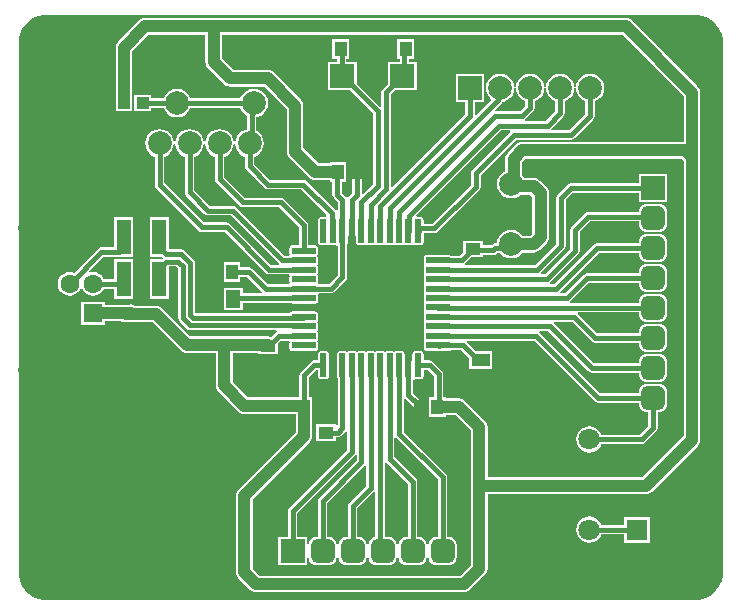
<source format=gbl>
G04*
G04 #@! TF.GenerationSoftware,Altium Limited,Altium Designer,21.2.2 (38)*
G04*
G04 Layer_Physical_Order=2*
G04 Layer_Color=16711680*
%FSLAX44Y44*%
%MOMM*%
G71*
G04*
G04 #@! TF.SameCoordinates,65BCBFC0-CC6D-41C1-BC89-201EEE636090*
G04*
G04*
G04 #@! TF.FilePolarity,Positive*
G04*
G01*
G75*
%ADD10R,1.3000X1.0000*%
%ADD11R,1.0000X1.3000*%
G04:AMPARAMS|DCode=12|XSize=2mm|YSize=0.55mm|CornerRadius=0.0688mm|HoleSize=0mm|Usage=FLASHONLY|Rotation=0.000|XOffset=0mm|YOffset=0mm|HoleType=Round|Shape=RoundedRectangle|*
%AMROUNDEDRECTD12*
21,1,2.0000,0.4125,0,0,0.0*
21,1,1.8625,0.5500,0,0,0.0*
1,1,0.1375,0.9313,-0.2063*
1,1,0.1375,-0.9313,-0.2063*
1,1,0.1375,-0.9313,0.2063*
1,1,0.1375,0.9313,0.2063*
%
%ADD12ROUNDEDRECTD12*%
G04:AMPARAMS|DCode=13|XSize=2mm|YSize=0.55mm|CornerRadius=0.0688mm|HoleSize=0mm|Usage=FLASHONLY|Rotation=270.000|XOffset=0mm|YOffset=0mm|HoleType=Round|Shape=RoundedRectangle|*
%AMROUNDEDRECTD13*
21,1,2.0000,0.4125,0,0,270.0*
21,1,1.8625,0.5500,0,0,270.0*
1,1,0.1375,-0.2063,-0.9313*
1,1,0.1375,-0.2063,0.9313*
1,1,0.1375,0.2063,0.9313*
1,1,0.1375,0.2063,-0.9313*
%
%ADD13ROUNDEDRECTD13*%
%ADD14R,1.2000X3.0000*%
%ADD15R,1.5000X1.1000*%
%ADD16R,1.2000X1.5000*%
%ADD17R,1.0000X1.0000*%
%ADD18C,0.3810*%
%ADD19C,1.0000*%
%ADD20C,0.7000*%
%ADD21R,1.8000X1.8000*%
%ADD22C,1.8000*%
%ADD23C,2.0000*%
%ADD24R,2.0000X2.0000*%
G04:AMPARAMS|DCode=25|XSize=2mm|YSize=2mm|CornerRadius=0.5mm|HoleSize=0mm|Usage=FLASHONLY|Rotation=180.000|XOffset=0mm|YOffset=0mm|HoleType=Round|Shape=RoundedRectangle|*
%AMROUNDEDRECTD25*
21,1,2.0000,1.0000,0,0,180.0*
21,1,1.0000,2.0000,0,0,180.0*
1,1,1.0000,-0.5000,0.5000*
1,1,1.0000,0.5000,0.5000*
1,1,1.0000,0.5000,-0.5000*
1,1,1.0000,-0.5000,-0.5000*
%
%ADD25ROUNDEDRECTD25*%
%ADD26R,2.0000X2.0000*%
G04:AMPARAMS|DCode=27|XSize=2mm|YSize=2mm|CornerRadius=0.5mm|HoleSize=0mm|Usage=FLASHONLY|Rotation=270.000|XOffset=0mm|YOffset=0mm|HoleType=Round|Shape=RoundedRectangle|*
%AMROUNDEDRECTD27*
21,1,2.0000,1.0000,0,0,270.0*
21,1,1.0000,2.0000,0,0,270.0*
1,1,1.0000,-0.5000,-0.5000*
1,1,1.0000,-0.5000,0.5000*
1,1,1.0000,0.5000,0.5000*
1,1,1.0000,0.5000,-0.5000*
%
%ADD27ROUNDEDRECTD27*%
%ADD28C,3.3660*%
%ADD29C,1.6000*%
%ADD30R,1.6000X1.6000*%
G36*
X581414Y497063D02*
X585666Y495302D01*
X589492Y492746D01*
X592746Y489492D01*
X595302Y485666D01*
X597063Y481414D01*
X597961Y476901D01*
Y474600D01*
Y25400D01*
Y23099D01*
X597063Y18586D01*
X595302Y14334D01*
X592746Y10508D01*
X589492Y7254D01*
X585666Y4698D01*
X581414Y2937D01*
X576901Y2039D01*
X23099D01*
X18586Y2937D01*
X14334Y4698D01*
X10508Y7254D01*
X7254Y10508D01*
X4698Y14334D01*
X2937Y18586D01*
X2039Y23099D01*
Y25400D01*
Y474600D01*
Y476901D01*
X2937Y481414D01*
X4698Y485666D01*
X7254Y489492D01*
X10508Y492746D01*
X14334Y495302D01*
X18586Y497063D01*
X23099Y497961D01*
X576901D01*
X581414Y497063D01*
D02*
G37*
%LPC*%
G36*
X99000Y327000D02*
X83000D01*
Y300886D01*
X71905D01*
X70381Y300583D01*
X69090Y299720D01*
X48672Y279303D01*
X47611Y279743D01*
X45000Y280086D01*
X42389Y279743D01*
X39957Y278735D01*
X37868Y277132D01*
X36265Y275043D01*
X35257Y272610D01*
X34914Y270000D01*
X35257Y267390D01*
X36265Y264957D01*
X37868Y262868D01*
X39957Y261265D01*
X42389Y260257D01*
X45000Y259914D01*
X47611Y260257D01*
X50043Y261265D01*
X52132Y262868D01*
X53735Y264957D01*
X54313Y266352D01*
X55687D01*
X56265Y264957D01*
X57868Y262868D01*
X59957Y261265D01*
X62389Y260257D01*
X65000Y259914D01*
X67611Y260257D01*
X70043Y261265D01*
X72132Y262868D01*
X73735Y264957D01*
X74175Y266019D01*
X83000D01*
Y257000D01*
X99000D01*
Y291000D01*
X83000D01*
Y273981D01*
X74175D01*
X73735Y275043D01*
X72132Y277132D01*
X70043Y278735D01*
X67611Y279743D01*
X65000Y280086D01*
X62389Y279743D01*
X62014Y279587D01*
X61294Y280664D01*
X73554Y292924D01*
X86905D01*
X87290Y293000D01*
X99000D01*
Y327000D01*
D02*
G37*
G36*
X516000Y495060D02*
X109000D01*
X107173Y494820D01*
X105470Y494114D01*
X104008Y492992D01*
X86007Y474992D01*
X84886Y473530D01*
X84180Y471827D01*
X83940Y470000D01*
Y423000D01*
X84000Y422541D01*
Y416000D01*
X90541D01*
X91000Y415940D01*
X91459Y416000D01*
X98000D01*
Y422541D01*
X98060Y423000D01*
Y467076D01*
X111924Y480940D01*
X159940D01*
Y458000D01*
X160180Y456173D01*
X160886Y454470D01*
X162008Y453008D01*
X176007Y439008D01*
X177470Y437886D01*
X179173Y437180D01*
X181000Y436940D01*
X210075D01*
X228940Y418075D01*
Y382000D01*
X229180Y380173D01*
X229886Y378470D01*
X231008Y377008D01*
X248008Y360008D01*
X249470Y358885D01*
X251173Y358180D01*
X253000Y357940D01*
X265500D01*
Y356500D01*
X267519D01*
Y345500D01*
X267822Y343976D01*
X268685Y342685D01*
X272019Y339351D01*
Y332376D01*
X271798Y332211D01*
X270075Y332504D01*
X269970Y332660D01*
X245815Y356815D01*
X244524Y357678D01*
X243000Y357981D01*
X214649D01*
X201381Y371249D01*
Y377660D01*
X203452Y378518D01*
X205958Y380442D01*
X207882Y382948D01*
X209091Y385867D01*
X209504Y389000D01*
X209091Y392133D01*
X207882Y395052D01*
X205958Y397559D01*
X203452Y399482D01*
X203181Y399594D01*
Y411184D01*
X204133Y411309D01*
X207052Y412518D01*
X209559Y414441D01*
X211482Y416948D01*
X212691Y419867D01*
X213104Y423000D01*
X212691Y426133D01*
X211482Y429052D01*
X209559Y431558D01*
X207052Y433482D01*
X204133Y434691D01*
X201000Y435103D01*
X197867Y434691D01*
X194948Y433482D01*
X192442Y431558D01*
X190518Y429052D01*
X189660Y426982D01*
X147339D01*
X146482Y429052D01*
X144558Y431558D01*
X142052Y433482D01*
X139133Y434691D01*
X136000Y435103D01*
X132867Y434691D01*
X129948Y433482D01*
X127442Y431558D01*
X125518Y429052D01*
X124661Y426982D01*
X114000D01*
Y430000D01*
X100000D01*
Y416000D01*
X114000D01*
Y419019D01*
X124661D01*
X125518Y416948D01*
X127442Y414441D01*
X129948Y412518D01*
X132867Y411309D01*
X136000Y410896D01*
X139133Y411309D01*
X142052Y412518D01*
X144558Y414441D01*
X146482Y416948D01*
X147339Y419019D01*
X189660D01*
X190518Y416948D01*
X192442Y414441D01*
X194948Y412518D01*
X195219Y412406D01*
Y400816D01*
X194267Y400691D01*
X191348Y399482D01*
X188841Y397559D01*
X186918Y395052D01*
X185709Y392133D01*
X185415Y389905D01*
X185340Y389335D01*
X184060D01*
X183985Y389904D01*
X183691Y392133D01*
X182482Y395052D01*
X180558Y397559D01*
X178052Y399482D01*
X175133Y400691D01*
X172000Y401104D01*
X168867Y400691D01*
X165948Y399482D01*
X163442Y397559D01*
X161518Y395052D01*
X160309Y392133D01*
X160016Y389905D01*
X159940Y389335D01*
X158660D01*
X158584Y389904D01*
X158291Y392133D01*
X157082Y395052D01*
X155159Y397559D01*
X152652Y399482D01*
X149733Y400691D01*
X146600Y401104D01*
X143467Y400691D01*
X140548Y399482D01*
X138041Y397559D01*
X136118Y395052D01*
X134909Y392133D01*
X134615Y389905D01*
X134540Y389335D01*
X133260D01*
X133184Y389904D01*
X132891Y392133D01*
X131682Y395052D01*
X129759Y397559D01*
X127252Y399482D01*
X124333Y400691D01*
X121200Y401104D01*
X118067Y400691D01*
X115148Y399482D01*
X112641Y397559D01*
X110718Y395052D01*
X109509Y392133D01*
X109096Y389000D01*
X109509Y385867D01*
X110718Y382948D01*
X112641Y380442D01*
X115148Y378518D01*
X117219Y377660D01*
Y353800D01*
X117522Y352276D01*
X118385Y350985D01*
X154185Y315185D01*
X155476Y314322D01*
X157000Y314018D01*
X176351D01*
X211185Y279185D01*
X212476Y278322D01*
X214000Y278018D01*
X230435D01*
X230704Y277753D01*
X231284Y276749D01*
X231147Y276063D01*
Y271938D01*
X231284Y271252D01*
X230704Y270247D01*
X230435Y269981D01*
X212649D01*
X199815Y282815D01*
X198524Y283678D01*
X197000Y283981D01*
X189500D01*
Y288500D01*
X175500D01*
Y271500D01*
X189500D01*
Y276019D01*
X195351D01*
X208118Y263251D01*
X208097Y262966D01*
X207699Y261982D01*
X191500D01*
Y266500D01*
X175500D01*
Y247500D01*
X191500D01*
Y254018D01*
X231938D01*
X231950Y254000D01*
X232839Y253406D01*
X233888Y253197D01*
X252512D01*
X253561Y253406D01*
X254450Y254000D01*
X255044Y254889D01*
X255253Y255938D01*
Y260063D01*
X255116Y260749D01*
X255696Y261753D01*
X255965Y262019D01*
X266000D01*
X267524Y262322D01*
X268815Y263185D01*
X278815Y273185D01*
X279678Y274476D01*
X279981Y276000D01*
Y303538D01*
X280000Y303550D01*
X280594Y304439D01*
X280803Y305487D01*
Y310713D01*
X282073Y311391D01*
X282476Y311122D01*
X284000Y310819D01*
X285524Y311122D01*
X285927Y311391D01*
X287197Y310713D01*
Y305487D01*
X287406Y304439D01*
X288000Y303550D01*
X288889Y302956D01*
X289937Y302747D01*
X294062D01*
X295111Y302956D01*
X296000Y303550D01*
X296889Y302956D01*
X297938Y302747D01*
X302062D01*
X303111Y302956D01*
X304000Y303550D01*
X304889Y302956D01*
X305938Y302747D01*
X310063D01*
X311111Y302956D01*
X312000Y303550D01*
X312889Y302956D01*
X313937Y302747D01*
X318062D01*
X319111Y302956D01*
X320000Y303550D01*
X320889Y302956D01*
X321937Y302747D01*
X326063D01*
X327111Y302956D01*
X328000Y303550D01*
X328889Y302956D01*
X329938Y302747D01*
X334062D01*
X335111Y302956D01*
X336000Y303550D01*
X336889Y302956D01*
X337938Y302747D01*
X342062D01*
X343111Y302956D01*
X344000Y303550D01*
X344594Y304439D01*
X344803Y305487D01*
Y313018D01*
X354000D01*
X355524Y313322D01*
X356815Y314185D01*
X391815Y349185D01*
X392678Y350476D01*
X392981Y352000D01*
Y362351D01*
X422649Y392019D01*
X470000D01*
X471524Y392322D01*
X472815Y393185D01*
X488615Y408985D01*
X489478Y410276D01*
X489781Y411800D01*
Y424660D01*
X491852Y425518D01*
X494358Y427441D01*
X496282Y429948D01*
X497491Y432867D01*
X497904Y436000D01*
X497491Y439133D01*
X496282Y442052D01*
X494358Y444558D01*
X491852Y446482D01*
X488933Y447691D01*
X485800Y448103D01*
X482667Y447691D01*
X479748Y446482D01*
X477242Y444558D01*
X475318Y442052D01*
X474109Y439133D01*
X473815Y436904D01*
X473740Y436334D01*
X472460D01*
X472384Y436904D01*
X472091Y439133D01*
X470882Y442052D01*
X468959Y444558D01*
X466452Y446482D01*
X463533Y447691D01*
X460400Y448103D01*
X457267Y447691D01*
X454348Y446482D01*
X451842Y444558D01*
X449918Y442052D01*
X448709Y439133D01*
X448415Y436904D01*
X448340Y436334D01*
X447060D01*
X446984Y436904D01*
X446691Y439133D01*
X445482Y442052D01*
X443559Y444558D01*
X441052Y446482D01*
X438133Y447691D01*
X435000Y448103D01*
X431867Y447691D01*
X428948Y446482D01*
X426441Y444558D01*
X424518Y442052D01*
X423309Y439133D01*
X423016Y436904D01*
X422940Y436334D01*
X421660D01*
X421585Y436904D01*
X421291Y439133D01*
X420082Y442052D01*
X418158Y444558D01*
X415652Y446482D01*
X412733Y447691D01*
X409600Y448103D01*
X406467Y447691D01*
X403548Y446482D01*
X401041Y444558D01*
X399118Y442052D01*
X397909Y439133D01*
X397496Y436000D01*
X397909Y432867D01*
X399118Y429948D01*
X401041Y427441D01*
X401844Y426825D01*
X401927Y425558D01*
X389451Y413082D01*
X388181Y413608D01*
Y424000D01*
X396200D01*
Y448000D01*
X372200D01*
Y424000D01*
X380219D01*
Y413849D01*
X318155Y351786D01*
X316982Y352272D01*
Y430551D01*
X320431Y434000D01*
X338800D01*
Y458000D01*
X332481D01*
Y460500D01*
X336500D01*
Y477500D01*
X322500D01*
Y460500D01*
X324519D01*
Y458000D01*
X314800D01*
Y439631D01*
X310185Y435015D01*
X309322Y433724D01*
X309018Y432200D01*
Y420408D01*
X307749Y419882D01*
X288000Y439631D01*
Y458000D01*
X279482D01*
Y460500D01*
X281500D01*
Y477500D01*
X267500D01*
Y460500D01*
X271518D01*
Y458000D01*
X264000D01*
Y434000D01*
X282369D01*
X302019Y414351D01*
Y354649D01*
X293752Y346382D01*
X292481Y346908D01*
Y365000D01*
X292178Y366524D01*
X291315Y367815D01*
X290024Y368678D01*
X288500Y368982D01*
X286976Y368678D01*
X285685Y367815D01*
X284822Y366524D01*
X284519Y365000D01*
Y347149D01*
X281185Y343815D01*
X280748Y343162D01*
X279252Y343162D01*
X278815Y343815D01*
X275481Y347149D01*
Y356500D01*
X279500D01*
Y373500D01*
X265500D01*
Y372060D01*
X255924D01*
X243060Y384925D01*
Y421000D01*
X242820Y422827D01*
X242115Y424530D01*
X240993Y425992D01*
X217992Y448992D01*
X216530Y450115D01*
X214827Y450820D01*
X213000Y451060D01*
X183925D01*
X174060Y460924D01*
Y480940D01*
X513075D01*
X564940Y429076D01*
Y390060D01*
X428000D01*
X426173Y389820D01*
X424470Y389114D01*
X423008Y387992D01*
X415921Y380906D01*
X414799Y379444D01*
X414094Y377741D01*
X413853Y375913D01*
Y365257D01*
X412948Y364882D01*
X410442Y362958D01*
X408518Y360452D01*
X407309Y357533D01*
X406896Y354400D01*
X407309Y351267D01*
X408518Y348348D01*
X410442Y345841D01*
X412948Y343918D01*
X415867Y342709D01*
X419000Y342296D01*
X422133Y342709D01*
X425052Y343918D01*
X427017Y345426D01*
X435218D01*
X436940Y343704D01*
Y312382D01*
X435218Y310660D01*
X428708D01*
X427559Y312159D01*
X425052Y314082D01*
X422133Y315291D01*
X419000Y315704D01*
X415867Y315291D01*
X412948Y314082D01*
X410442Y312159D01*
X408518Y309652D01*
X407309Y306733D01*
X407013Y304484D01*
X405502D01*
X403979Y304181D01*
X402687Y303318D01*
X401851Y302481D01*
X395500D01*
Y306500D01*
X378500D01*
Y297131D01*
X375351Y293981D01*
X368063D01*
X368050Y294000D01*
X367161Y294594D01*
X366113Y294803D01*
X347487D01*
X346439Y294594D01*
X345550Y294000D01*
X344956Y293111D01*
X344747Y292062D01*
Y287938D01*
X344956Y286889D01*
X345550Y286000D01*
X344956Y285111D01*
X344747Y284062D01*
Y279937D01*
X344956Y278889D01*
X345550Y278000D01*
X344956Y277111D01*
X344747Y276063D01*
Y271938D01*
X344956Y270889D01*
X345550Y270000D01*
X344956Y269111D01*
X344747Y268062D01*
Y263937D01*
X344956Y262889D01*
X345550Y262000D01*
X344956Y261111D01*
X344747Y260063D01*
Y255938D01*
X344956Y254889D01*
X345550Y254000D01*
X344956Y253111D01*
X344747Y252062D01*
Y247938D01*
X344956Y246889D01*
X345550Y246000D01*
X344956Y245111D01*
X344747Y244062D01*
Y239937D01*
X344956Y238889D01*
X345550Y238000D01*
X344956Y237111D01*
X344747Y236063D01*
Y231938D01*
X344956Y230889D01*
X345550Y230000D01*
X344956Y229111D01*
X344747Y228062D01*
Y223937D01*
X344956Y222889D01*
X345550Y222000D01*
X344956Y221111D01*
X344747Y220063D01*
Y215938D01*
X344956Y214889D01*
X345550Y214000D01*
X346439Y213406D01*
X347487Y213197D01*
X357525D01*
X357645Y213174D01*
X357765Y213197D01*
X366113D01*
X367161Y213406D01*
X368050Y214000D01*
X368063Y214018D01*
X376851D01*
X383500Y207369D01*
Y198000D01*
X402500D01*
Y213000D01*
X389131D01*
X381382Y220749D01*
X381403Y221034D01*
X381801Y222019D01*
X438351D01*
X489785Y170585D01*
X491076Y169722D01*
X492600Y169419D01*
X526940D01*
Y168400D01*
X527180Y166573D01*
X527886Y164870D01*
X529007Y163407D01*
X530470Y162285D01*
X532173Y161580D01*
X534000Y161340D01*
X535019D01*
Y149649D01*
X527651Y142282D01*
X495257D01*
X494608Y143848D01*
X492845Y146145D01*
X490547Y147908D01*
X487872Y149017D01*
X485000Y149395D01*
X482128Y149017D01*
X479453Y147908D01*
X477155Y146145D01*
X475392Y143848D01*
X474283Y141172D01*
X473905Y138300D01*
X474283Y135428D01*
X475392Y132753D01*
X477155Y130455D01*
X479453Y128692D01*
X482128Y127583D01*
X485000Y127205D01*
X487872Y127583D01*
X490547Y128692D01*
X492845Y130455D01*
X494608Y132753D01*
X495257Y134319D01*
X529300D01*
X530824Y134622D01*
X532115Y135485D01*
X541815Y145185D01*
X542678Y146476D01*
X542981Y148000D01*
Y161340D01*
X544000D01*
X545827Y161580D01*
X547530Y162285D01*
X548993Y163407D01*
X550115Y164870D01*
X550820Y166573D01*
X551060Y168400D01*
Y178400D01*
X550820Y180227D01*
X550115Y181930D01*
X548993Y183393D01*
X547530Y184515D01*
X545827Y185220D01*
X544000Y185460D01*
X534000D01*
X532173Y185220D01*
X530470Y184515D01*
X529007Y183393D01*
X527886Y181930D01*
X527180Y180227D01*
X526940Y178400D01*
Y177381D01*
X494249D01*
X442882Y228748D01*
X442903Y229034D01*
X443301Y230019D01*
X450351D01*
X484385Y195985D01*
X485676Y195122D01*
X487200Y194818D01*
X526940D01*
Y193800D01*
X527180Y191973D01*
X527886Y190270D01*
X529007Y188808D01*
X530470Y187686D01*
X532173Y186980D01*
X534000Y186740D01*
X544000D01*
X545827Y186980D01*
X547530Y187686D01*
X548993Y188808D01*
X550115Y190270D01*
X550820Y191973D01*
X551060Y193800D01*
Y203800D01*
X550820Y205627D01*
X550115Y207330D01*
X548993Y208792D01*
X547530Y209914D01*
X545827Y210620D01*
X544000Y210860D01*
X534000D01*
X532173Y210620D01*
X530470Y209914D01*
X529007Y208792D01*
X527886Y207330D01*
X527180Y205627D01*
X526940Y203800D01*
Y202782D01*
X488849D01*
X454882Y236749D01*
X454903Y237034D01*
X455301Y238018D01*
X470351D01*
X486985Y221385D01*
X488276Y220522D01*
X489800Y220219D01*
X526940D01*
Y219200D01*
X527180Y217373D01*
X527886Y215670D01*
X529007Y214207D01*
X530470Y213085D01*
X532173Y212380D01*
X534000Y212140D01*
X544000D01*
X545827Y212380D01*
X547530Y213085D01*
X548993Y214207D01*
X550115Y215670D01*
X550820Y217373D01*
X551060Y219200D01*
Y229200D01*
X550820Y231027D01*
X550115Y232730D01*
X548993Y234193D01*
X547530Y235315D01*
X545827Y236020D01*
X544000Y236260D01*
X534000D01*
X532173Y236020D01*
X530470Y235315D01*
X529007Y234193D01*
X527886Y232730D01*
X527180Y231027D01*
X526940Y229200D01*
Y228181D01*
X491449D01*
X475082Y244548D01*
X475395Y245599D01*
X475556Y245819D01*
X526940D01*
Y244600D01*
X527180Y242773D01*
X527886Y241070D01*
X529007Y239608D01*
X530470Y238486D01*
X532173Y237780D01*
X534000Y237540D01*
X544000D01*
X545827Y237780D01*
X547530Y238486D01*
X548993Y239608D01*
X550115Y241070D01*
X550820Y242773D01*
X551060Y244600D01*
Y254600D01*
X550820Y256427D01*
X550115Y258130D01*
X548993Y259592D01*
X547530Y260714D01*
X545827Y261420D01*
X544000Y261660D01*
X534000D01*
X532173Y261420D01*
X530470Y260714D01*
X529007Y259592D01*
X527886Y258130D01*
X527180Y256427D01*
X526940Y254600D01*
Y253782D01*
X469001D01*
X468616Y255051D01*
X468815Y255185D01*
X484649Y271019D01*
X526940D01*
Y270000D01*
X527180Y268173D01*
X527886Y266470D01*
X529007Y265007D01*
X530470Y263885D01*
X532173Y263180D01*
X534000Y262940D01*
X544000D01*
X545827Y263180D01*
X547530Y263885D01*
X548993Y265007D01*
X550115Y266470D01*
X550820Y268173D01*
X551060Y270000D01*
Y280000D01*
X550820Y281827D01*
X550115Y283530D01*
X548993Y284993D01*
X547530Y286115D01*
X545827Y286820D01*
X544000Y287060D01*
X534000D01*
X532173Y286820D01*
X530470Y286115D01*
X529007Y284993D01*
X527886Y283530D01*
X527180Y281827D01*
X526940Y280000D01*
Y278981D01*
X483000D01*
X481476Y278678D01*
X480185Y277815D01*
X464351Y261982D01*
X460301D01*
X459903Y262966D01*
X459882Y263251D01*
X493049Y296418D01*
X526940D01*
Y295400D01*
X527180Y293573D01*
X527886Y291870D01*
X529007Y290408D01*
X530470Y289286D01*
X532173Y288580D01*
X534000Y288340D01*
X544000D01*
X545827Y288580D01*
X547530Y289286D01*
X548993Y290408D01*
X550115Y291870D01*
X550820Y293573D01*
X551060Y295400D01*
Y305400D01*
X550820Y307227D01*
X550115Y308930D01*
X548993Y310392D01*
X547530Y311514D01*
X545827Y312220D01*
X544000Y312460D01*
X534000D01*
X532173Y312220D01*
X530470Y311514D01*
X529007Y310392D01*
X527886Y308930D01*
X527180Y307227D01*
X526940Y305400D01*
Y304382D01*
X491400D01*
X489876Y304078D01*
X488585Y303215D01*
X455351Y269981D01*
X452301D01*
X451903Y270966D01*
X451882Y271252D01*
X475815Y295185D01*
X476678Y296476D01*
X476982Y298000D01*
Y314351D01*
X485649Y323018D01*
X526940D01*
Y320800D01*
X527180Y318973D01*
X527886Y317270D01*
X529007Y315807D01*
X530470Y314685D01*
X532173Y313980D01*
X534000Y313740D01*
X544000D01*
X545827Y313980D01*
X547530Y314685D01*
X548993Y315807D01*
X550115Y317270D01*
X550820Y318973D01*
X551060Y320800D01*
Y330800D01*
X550820Y332627D01*
X550115Y334330D01*
X548993Y335793D01*
X547530Y336914D01*
X545827Y337620D01*
X544000Y337860D01*
X534000D01*
X532173Y337620D01*
X530470Y336914D01*
X529007Y335793D01*
X527886Y334330D01*
X527180Y332627D01*
X526964Y330981D01*
X484000D01*
X482476Y330678D01*
X481185Y329815D01*
X470185Y318815D01*
X469322Y317524D01*
X469019Y316000D01*
Y299649D01*
X447351Y277981D01*
X444301D01*
X443903Y278966D01*
X443882Y279251D01*
X463815Y299185D01*
X464678Y300476D01*
X464981Y302000D01*
Y341351D01*
X470849Y347219D01*
X527000D01*
Y339200D01*
X551000D01*
Y363200D01*
X527000D01*
Y355182D01*
X469200D01*
X467676Y354878D01*
X466385Y354015D01*
X458185Y345815D01*
X457322Y344524D01*
X457019Y343000D01*
Y303649D01*
X439351Y285982D01*
X380301D01*
X379903Y286966D01*
X379882Y287251D01*
X385131Y292500D01*
X395500D01*
Y294519D01*
X403500D01*
X405024Y294822D01*
X406315Y295685D01*
X407151Y296521D01*
X409306D01*
X410442Y295042D01*
X412948Y293118D01*
X415867Y291909D01*
X419000Y291496D01*
X422133Y291909D01*
X425052Y293118D01*
X427559Y295042D01*
X428708Y296540D01*
X438142D01*
X439969Y296780D01*
X441672Y297486D01*
X443135Y298608D01*
X448992Y304465D01*
X450115Y305928D01*
X450820Y307631D01*
X451060Y309458D01*
Y346629D01*
X450820Y348456D01*
X450115Y350159D01*
X448992Y351621D01*
X443135Y357479D01*
X441672Y358601D01*
X439969Y359306D01*
X438142Y359547D01*
X429857D01*
X429482Y360452D01*
X427974Y362417D01*
Y372989D01*
X430924Y375940D01*
X563075D01*
X564940Y374076D01*
Y140925D01*
X530075Y106060D01*
X399060D01*
Y149000D01*
X398820Y150827D01*
X398115Y152530D01*
X396992Y153993D01*
X379992Y170992D01*
X378530Y172115D01*
X376827Y172820D01*
X375000Y173060D01*
X363500D01*
Y174500D01*
X361482D01*
Y193500D01*
X361178Y195024D01*
X360315Y196315D01*
X352615Y204015D01*
X351324Y204878D01*
X349800Y205182D01*
X344803D01*
Y210513D01*
X344594Y211561D01*
X344000Y212450D01*
X343111Y213044D01*
X342062Y213253D01*
X337938D01*
X336889Y213044D01*
X336000Y212450D01*
X335406Y211561D01*
X335197Y210513D01*
Y205287D01*
X333927Y204609D01*
X333524Y204878D01*
X332000Y205182D01*
X330476Y204878D01*
X330073Y204609D01*
X328803Y205287D01*
Y210513D01*
X328594Y211561D01*
X328000Y212450D01*
X327111Y213044D01*
X326063Y213253D01*
X321937D01*
X320889Y213044D01*
X320000Y212450D01*
X319111Y213044D01*
X318062Y213253D01*
X313937D01*
X312889Y213044D01*
X312000Y212450D01*
X311111Y213044D01*
X310063Y213253D01*
X305938D01*
X304889Y213044D01*
X304000Y212450D01*
X303111Y213044D01*
X302062Y213253D01*
X297938D01*
X296889Y213044D01*
X296000Y212450D01*
X295111Y213044D01*
X294062Y213253D01*
X289937D01*
X288889Y213044D01*
X288000Y212450D01*
X287111Y213044D01*
X286063Y213253D01*
X281938D01*
X280889Y213044D01*
X280000Y212450D01*
X279111Y213044D01*
X278062Y213253D01*
X273937D01*
X272889Y213044D01*
X272000Y212450D01*
X271406Y211561D01*
X271197Y210513D01*
Y191887D01*
X271406Y190839D01*
X272000Y189950D01*
X272019Y189937D01*
Y150536D01*
X271770Y150370D01*
X270500Y151000D01*
Y151000D01*
X253500D01*
Y137000D01*
X270500D01*
Y140019D01*
X272000D01*
X273524Y140322D01*
X274815Y141185D01*
X278748Y145118D01*
X279034Y145097D01*
X280019Y144699D01*
Y129649D01*
X230985Y80615D01*
X230122Y79324D01*
X229818Y77800D01*
Y56000D01*
X221800D01*
Y32000D01*
X245800D01*
Y56000D01*
X237782D01*
Y76151D01*
X286749Y125118D01*
X287034Y125097D01*
X288018Y124699D01*
Y120649D01*
X256385Y89015D01*
X255522Y87724D01*
X255219Y86200D01*
Y56060D01*
X254200D01*
X252373Y55820D01*
X250670Y55114D01*
X249207Y53993D01*
X248085Y52530D01*
X247380Y50827D01*
X247140Y49000D01*
Y39000D01*
X247380Y37173D01*
X248085Y35470D01*
X249207Y34008D01*
X250670Y32885D01*
X252373Y32180D01*
X254200Y31940D01*
X264200D01*
X266027Y32180D01*
X267730Y32885D01*
X269193Y34008D01*
X270315Y35470D01*
X271020Y37173D01*
X271260Y39000D01*
Y49000D01*
X271020Y50827D01*
X270315Y52530D01*
X269193Y53993D01*
X267730Y55114D01*
X266027Y55820D01*
X264200Y56060D01*
X263181D01*
Y84551D01*
X294748Y116118D01*
X295034Y116097D01*
X296019Y115699D01*
Y98649D01*
X281785Y84415D01*
X280922Y83124D01*
X280618Y81600D01*
Y56060D01*
X279600D01*
X277773Y55820D01*
X276070Y55114D01*
X274608Y53993D01*
X273486Y52530D01*
X272780Y50827D01*
X272540Y49000D01*
Y39000D01*
X272780Y37173D01*
X273486Y35470D01*
X274608Y34008D01*
X276070Y32885D01*
X277773Y32180D01*
X279600Y31940D01*
X289600D01*
X291427Y32180D01*
X293130Y32885D01*
X294592Y34008D01*
X295714Y35470D01*
X296420Y37173D01*
X296660Y39000D01*
Y49000D01*
X296420Y50827D01*
X295714Y52530D01*
X294592Y53993D01*
X293130Y55114D01*
X291427Y55820D01*
X289600Y56060D01*
X288582D01*
Y79951D01*
X302749Y94118D01*
X303034Y94097D01*
X304018Y93699D01*
Y55931D01*
X303173Y55820D01*
X301470Y55114D01*
X300007Y53993D01*
X298885Y52530D01*
X298180Y50827D01*
X297940Y49000D01*
Y39000D01*
X298180Y37173D01*
X298885Y35470D01*
X300007Y34008D01*
X301470Y32885D01*
X303173Y32180D01*
X305000Y31940D01*
X315000D01*
X316827Y32180D01*
X318530Y32885D01*
X319993Y34008D01*
X321115Y35470D01*
X321820Y37173D01*
X322060Y39000D01*
Y49000D01*
X321820Y50827D01*
X321115Y52530D01*
X319993Y53993D01*
X318530Y55114D01*
X316827Y55820D01*
X315000Y56060D01*
X311982D01*
Y118699D01*
X312966Y119097D01*
X313251Y119118D01*
X331418Y100951D01*
Y56060D01*
X330400D01*
X328573Y55820D01*
X326870Y55114D01*
X325407Y53993D01*
X324286Y52530D01*
X323580Y50827D01*
X323340Y49000D01*
Y39000D01*
X323580Y37173D01*
X324286Y35470D01*
X325407Y34008D01*
X326870Y32885D01*
X328573Y32180D01*
X330400Y31940D01*
X340400D01*
X342227Y32180D01*
X343930Y32885D01*
X345392Y34008D01*
X346515Y35470D01*
X347220Y37173D01*
X347460Y39000D01*
Y49000D01*
X347220Y50827D01*
X346515Y52530D01*
X345392Y53993D01*
X343930Y55114D01*
X342227Y55820D01*
X340400Y56060D01*
X339381D01*
Y102600D01*
X339078Y104124D01*
X338215Y105415D01*
X319981Y123649D01*
Y139699D01*
X320966Y140097D01*
X321251Y140118D01*
X356819Y104551D01*
Y56060D01*
X355800D01*
X353973Y55820D01*
X352270Y55114D01*
X350807Y53993D01*
X349686Y52530D01*
X348980Y50827D01*
X348740Y49000D01*
Y39000D01*
X348980Y37173D01*
X349686Y35470D01*
X350807Y34008D01*
X352270Y32885D01*
X353973Y32180D01*
X355800Y31940D01*
X365800D01*
X367627Y32180D01*
X369330Y32885D01*
X370793Y34008D01*
X371914Y35470D01*
X372620Y37173D01*
X372860Y39000D01*
Y49000D01*
X372620Y50827D01*
X371914Y52530D01*
X370793Y53993D01*
X369330Y55114D01*
X367627Y55820D01*
X365800Y56060D01*
X364781D01*
Y106200D01*
X364478Y107724D01*
X363615Y109015D01*
X327981Y144649D01*
Y172699D01*
X328966Y173097D01*
X329252Y173118D01*
X336555Y165814D01*
X336822Y164476D01*
X337685Y163185D01*
X338976Y162322D01*
X340500Y162019D01*
X342024Y162322D01*
X343315Y163185D01*
X344178Y164476D01*
X344482Y166000D01*
Y167500D01*
X344178Y169024D01*
X343315Y170315D01*
X335981Y177649D01*
Y188435D01*
X336247Y188704D01*
X337252Y189284D01*
X337938Y189147D01*
X342062D01*
X343111Y189356D01*
X344000Y189950D01*
X344594Y190839D01*
X344803Y191887D01*
Y197218D01*
X348151D01*
X353518Y191851D01*
Y174500D01*
X349500D01*
Y157500D01*
X363500D01*
Y158940D01*
X372076D01*
X384940Y146075D01*
Y99000D01*
Y31925D01*
X376076Y23060D01*
X205924D01*
X200060Y28925D01*
Y87576D01*
X248493Y136008D01*
X249615Y137470D01*
X250320Y139173D01*
X250560Y141000D01*
Y166000D01*
X250500Y166459D01*
Y166541D01*
X250560Y167000D01*
X250500Y167459D01*
Y174500D01*
X247481D01*
Y190851D01*
X253849Y197218D01*
X255197D01*
Y191887D01*
X255406Y190839D01*
X256000Y189950D01*
X256889Y189356D01*
X257938Y189147D01*
X262062D01*
X263111Y189356D01*
X264000Y189950D01*
X264594Y190839D01*
X264803Y191887D01*
Y210513D01*
X264594Y211561D01*
X264000Y212450D01*
X263111Y213044D01*
X262062Y213253D01*
X257938D01*
X256889Y213044D01*
X256000Y212450D01*
X255406Y211561D01*
X255197Y210513D01*
Y205182D01*
X252200D01*
X250676Y204878D01*
X249385Y204015D01*
X240685Y195315D01*
X239822Y194024D01*
X239519Y192500D01*
Y174500D01*
X236500D01*
Y174060D01*
X195924D01*
X183060Y186924D01*
Y211440D01*
X204500D01*
Y210500D01*
X221500D01*
Y219869D01*
X223649Y222019D01*
X230435D01*
X230704Y221753D01*
X231284Y220749D01*
X231147Y220063D01*
Y215938D01*
X231356Y214889D01*
X231950Y214000D01*
X232839Y213406D01*
X233888Y213197D01*
X252512D01*
X253561Y213406D01*
X254450Y214000D01*
X255044Y214889D01*
X255253Y215938D01*
Y220063D01*
X255044Y221111D01*
X254450Y222000D01*
X255044Y222889D01*
X255253Y223937D01*
Y228062D01*
X255044Y229111D01*
X254450Y230000D01*
X255044Y230889D01*
X255253Y231938D01*
Y236063D01*
X255044Y237111D01*
X254450Y238000D01*
X255044Y238889D01*
X255253Y239937D01*
Y244062D01*
X255044Y245111D01*
X254450Y246000D01*
X253561Y246594D01*
X252512Y246803D01*
X233888D01*
X232839Y246594D01*
X231950Y246000D01*
X231386Y245156D01*
X151332D01*
Y287455D01*
X151028Y288979D01*
X150165Y290271D01*
X142446Y297990D01*
X141154Y298853D01*
X139630Y299156D01*
X129000D01*
Y327000D01*
X113000D01*
Y293000D01*
X123165D01*
X123746Y292000D01*
X123165Y291000D01*
X113000D01*
Y257000D01*
X129000D01*
Y284844D01*
X135351D01*
X137018Y283176D01*
Y240777D01*
X137322Y239253D01*
X138185Y237961D01*
X144136Y232010D01*
X145428Y231147D01*
X146952Y230844D01*
X220108D01*
X220319Y230175D01*
X220319Y229573D01*
X219185Y228815D01*
X215437Y225067D01*
X214827Y225320D01*
X213000Y225560D01*
X147424D01*
X123492Y249492D01*
X122030Y250614D01*
X120327Y251320D01*
X118500Y251560D01*
X100601D01*
X100530Y251614D01*
X98827Y252320D01*
X97000Y252560D01*
X95173Y252320D01*
X95150Y252310D01*
X75000D01*
Y255000D01*
X55000D01*
Y235000D01*
X75000D01*
Y238190D01*
X88500D01*
Y237500D01*
X97541D01*
X98000Y237440D01*
X115576D01*
X139508Y213507D01*
X140970Y212386D01*
X142673Y211680D01*
X144500Y211440D01*
X168940D01*
Y184000D01*
X169180Y182173D01*
X169886Y180470D01*
X171008Y179007D01*
X188008Y162008D01*
X189470Y160886D01*
X191173Y160180D01*
X193000Y159940D01*
X236440D01*
Y143925D01*
X188008Y95492D01*
X186886Y94030D01*
X186180Y92327D01*
X185940Y90500D01*
Y26000D01*
X186180Y24173D01*
X186886Y22470D01*
X188008Y21008D01*
X198008Y11007D01*
X199470Y9886D01*
X201173Y9180D01*
X203000Y8940D01*
X379000D01*
X380827Y9180D01*
X382530Y9886D01*
X383993Y11007D01*
X396992Y24007D01*
X398115Y25470D01*
X398820Y27173D01*
X399060Y29000D01*
Y91940D01*
X533000D01*
X534827Y92180D01*
X536530Y92886D01*
X537992Y94008D01*
X576992Y133008D01*
X578115Y134470D01*
X578820Y136173D01*
X579060Y138000D01*
Y377000D01*
Y432000D01*
X578820Y433827D01*
X578115Y435530D01*
X576992Y436992D01*
X520993Y492992D01*
X519530Y494114D01*
X517827Y494820D01*
X516000Y495060D01*
D02*
G37*
G36*
X485000Y73095D02*
X482128Y72717D01*
X479453Y71609D01*
X477155Y69845D01*
X475392Y67547D01*
X474283Y64872D01*
X473905Y62000D01*
X474283Y59128D01*
X475392Y56452D01*
X477155Y54155D01*
X479453Y52392D01*
X482128Y51283D01*
X485000Y50905D01*
X487872Y51283D01*
X490547Y52392D01*
X492845Y54155D01*
X494608Y56452D01*
X495257Y58018D01*
X514300D01*
Y51000D01*
X536300D01*
Y73000D01*
X514300D01*
Y65981D01*
X495257D01*
X494608Y67547D01*
X492845Y69845D01*
X490547Y71609D01*
X487872Y72717D01*
X485000Y73095D01*
D02*
G37*
%LPD*%
G36*
X423016Y435096D02*
X423309Y432867D01*
X424518Y429948D01*
X426441Y427441D01*
X428948Y425518D01*
X431018Y424660D01*
Y420649D01*
X426351Y415981D01*
X405408D01*
X404861Y417046D01*
X404840Y417210D01*
X410848Y423218D01*
X411466Y424142D01*
X412733Y424309D01*
X415652Y425518D01*
X418158Y427441D01*
X420082Y429948D01*
X421291Y432867D01*
X421585Y435095D01*
X421660Y435665D01*
X422940D01*
X423016Y435096D01*
D02*
G37*
G36*
X448415D02*
X448709Y432867D01*
X449918Y429948D01*
X451842Y427441D01*
X454348Y425518D01*
X456418Y424660D01*
Y416049D01*
X448351Y407981D01*
X431301D01*
X430903Y408966D01*
X430882Y409252D01*
X437815Y416185D01*
X438678Y417476D01*
X438982Y419000D01*
Y424660D01*
X441052Y425518D01*
X443559Y427441D01*
X445482Y429948D01*
X446691Y432867D01*
X446984Y435095D01*
X447060Y435665D01*
X448340D01*
X448415Y435096D01*
D02*
G37*
G36*
X473815D02*
X474109Y432867D01*
X475318Y429948D01*
X477242Y427441D01*
X479748Y425518D01*
X481819Y424660D01*
Y413449D01*
X468351Y399981D01*
X453301D01*
X452903Y400966D01*
X452882Y401251D01*
X463215Y411585D01*
X464078Y412876D01*
X464381Y414400D01*
Y424660D01*
X466452Y425518D01*
X468959Y427441D01*
X470882Y429948D01*
X472091Y432867D01*
X472384Y435095D01*
X472460Y435665D01*
X473740D01*
X473815Y435096D01*
D02*
G37*
G36*
X418097Y399034D02*
X418118Y398749D01*
X386185Y366815D01*
X385322Y365524D01*
X385019Y364000D01*
Y353649D01*
X352351Y320981D01*
X344803D01*
Y324113D01*
X344594Y325161D01*
X344000Y326050D01*
X343111Y326644D01*
X342062Y326853D01*
X339279D01*
X338753Y328123D01*
X410649Y400019D01*
X417699D01*
X418097Y399034D01*
D02*
G37*
G36*
X160016Y388096D02*
X160309Y385867D01*
X161518Y382948D01*
X163442Y380442D01*
X165948Y378518D01*
X168018Y377660D01*
Y359000D01*
X168322Y357476D01*
X169185Y356185D01*
X189185Y336185D01*
X190476Y335322D01*
X192000Y335019D01*
X222351D01*
X239219Y318151D01*
Y302803D01*
X233888D01*
X232839Y302594D01*
X231950Y302000D01*
X231356Y301111D01*
X231147Y300063D01*
Y295938D01*
X231284Y295252D01*
X230704Y294247D01*
X230435Y293981D01*
X226649D01*
X185815Y334815D01*
X184524Y335678D01*
X183000Y335981D01*
X163649D01*
X150582Y349049D01*
Y377660D01*
X152652Y378518D01*
X155159Y380442D01*
X157082Y382948D01*
X158291Y385867D01*
X158584Y388096D01*
X158660Y388666D01*
X159940D01*
X160016Y388096D01*
D02*
G37*
G36*
X134615D02*
X134909Y385867D01*
X136118Y382948D01*
X138041Y380442D01*
X140548Y378518D01*
X142619Y377660D01*
Y347400D01*
X142922Y345876D01*
X143785Y344585D01*
X159185Y329185D01*
X160476Y328322D01*
X162000Y328018D01*
X181351D01*
X222118Y287251D01*
X222097Y286966D01*
X221699Y285982D01*
X215649D01*
X180815Y320815D01*
X179524Y321678D01*
X178000Y321982D01*
X158649D01*
X125182Y355449D01*
Y377660D01*
X127252Y378518D01*
X129759Y380442D01*
X131682Y382948D01*
X132891Y385867D01*
X133184Y388096D01*
X133260Y388666D01*
X134540D01*
X134615Y388096D01*
D02*
G37*
G36*
X185415D02*
X185709Y385867D01*
X186918Y382948D01*
X188841Y380442D01*
X191348Y378518D01*
X193419Y377660D01*
Y369600D01*
X193722Y368076D01*
X194585Y366785D01*
X210185Y351185D01*
X211476Y350322D01*
X213000Y350019D01*
X241351D01*
X262462Y328907D01*
X262449Y327226D01*
X262062Y326853D01*
X257938D01*
X256889Y326644D01*
X256000Y326050D01*
X255406Y325161D01*
X255197Y324113D01*
Y305487D01*
X255406Y304439D01*
X256000Y303550D01*
X256889Y302956D01*
X257938Y302747D01*
X262062D01*
X263111Y302956D01*
X264000Y303550D01*
X264889Y302956D01*
X265938Y302747D01*
X270063D01*
X270749Y302884D01*
X271753Y302304D01*
X272019Y302035D01*
Y277649D01*
X264351Y269981D01*
X255965D01*
X255696Y270247D01*
X255116Y271252D01*
X255253Y271938D01*
Y276063D01*
X255044Y277111D01*
X254450Y278000D01*
X255044Y278889D01*
X255253Y279937D01*
Y284062D01*
X255044Y285111D01*
X254450Y286000D01*
X255044Y286889D01*
X255253Y287938D01*
Y292062D01*
X255044Y293111D01*
X254450Y294000D01*
X255044Y294889D01*
X255253Y295938D01*
Y300063D01*
X255044Y301111D01*
X254450Y302000D01*
X253561Y302594D01*
X252512Y302803D01*
X247181D01*
Y319800D01*
X246878Y321324D01*
X246015Y322616D01*
X226815Y341815D01*
X225524Y342678D01*
X224000Y342981D01*
X193649D01*
X175982Y360649D01*
Y377660D01*
X178052Y378518D01*
X180558Y380442D01*
X182482Y382948D01*
X183691Y385867D01*
X183985Y388096D01*
X184060Y388666D01*
X185340D01*
X185415Y388096D01*
D02*
G37*
D10*
X262000Y144000D02*
D03*
Y129000D02*
D03*
X97000Y229500D02*
D03*
Y244500D02*
D03*
X213000Y202500D02*
D03*
Y217500D02*
D03*
X387000Y314500D02*
D03*
Y299500D02*
D03*
D11*
X258500Y166000D02*
D03*
X243500D02*
D03*
X167500Y280000D02*
D03*
X182500D02*
D03*
X341500Y166000D02*
D03*
X356500D02*
D03*
X287500Y365000D02*
D03*
X272500D02*
D03*
X344500Y469000D02*
D03*
X329500D02*
D03*
X259500D02*
D03*
X274500D02*
D03*
D12*
X356800Y218000D02*
D03*
Y226000D02*
D03*
Y234000D02*
D03*
Y242000D02*
D03*
Y250000D02*
D03*
Y258000D02*
D03*
Y266000D02*
D03*
Y274000D02*
D03*
Y282000D02*
D03*
Y290000D02*
D03*
Y298000D02*
D03*
X243200D02*
D03*
Y290000D02*
D03*
Y282000D02*
D03*
Y274000D02*
D03*
Y266000D02*
D03*
Y258000D02*
D03*
Y250000D02*
D03*
Y242000D02*
D03*
Y234000D02*
D03*
Y226000D02*
D03*
Y218000D02*
D03*
D13*
X260000Y201200D02*
D03*
X268000D02*
D03*
X276000D02*
D03*
X284000D02*
D03*
X292000D02*
D03*
X300000D02*
D03*
X308000D02*
D03*
X316000D02*
D03*
X324000D02*
D03*
X332000D02*
D03*
X340000D02*
D03*
Y314800D02*
D03*
X332000D02*
D03*
X324000D02*
D03*
X316000D02*
D03*
X308000D02*
D03*
X300000D02*
D03*
X292000D02*
D03*
X284000D02*
D03*
X276000D02*
D03*
X268000D02*
D03*
X260000D02*
D03*
D14*
X91000Y310000D02*
D03*
X121000D02*
D03*
X91000Y274000D02*
D03*
X121000D02*
D03*
D15*
X393000Y186500D02*
D03*
Y205500D02*
D03*
D16*
X183500Y257000D02*
D03*
X166500D02*
D03*
D17*
X107000Y423000D02*
D03*
X91000D02*
D03*
D18*
X262000Y144000D02*
X272000D01*
X276000Y148000D01*
X243500Y167000D02*
Y192500D01*
Y166000D02*
Y167000D01*
X233800Y77800D02*
X284000Y128000D01*
X233800Y44000D02*
Y77800D01*
X284000Y128000D02*
Y201200D01*
X485000Y62000D02*
X525300D01*
X485000Y138300D02*
X529300D01*
X539000Y148000D01*
Y173400D01*
X276000Y148000D02*
Y201200D01*
Y276000D02*
Y314800D01*
X266000Y266000D02*
X276000Y276000D01*
X136000Y423000D02*
X201000D01*
X243200Y266000D02*
X266000D01*
X356800Y218000D02*
X357645Y217155D01*
X340845Y314949D02*
X341101D01*
X340000Y314800D02*
X340845Y314949D01*
X211000Y266000D02*
X243200D01*
X222000Y226000D02*
X243200D01*
X197000Y280000D02*
X211000Y266000D01*
X242375Y241175D02*
X243200Y242000D01*
X141000Y240777D02*
Y284825D01*
X242375Y234825D02*
X243200Y234000D01*
X147350Y243407D02*
X149582Y241175D01*
X141000Y240777D02*
X146952Y234825D01*
X149582Y241175D02*
X242375D01*
X147350Y243407D02*
Y287455D01*
X146952Y234825D02*
X242375D01*
X340000Y314800D02*
Y316155D01*
X340845Y317000D01*
X354000D01*
X389000Y352000D01*
Y364000D01*
X421000Y396000D01*
X308000Y314800D02*
Y336000D01*
X384200Y412200D01*
Y436000D01*
X300000Y337000D02*
X313000Y350000D01*
Y432200D01*
X328500Y447700D01*
X300000Y314800D02*
Y337000D01*
X316000Y334000D02*
X408033Y426033D01*
Y434433D02*
X409600Y436000D01*
X408033Y426033D02*
Y434433D01*
X316000Y314800D02*
Y334000D01*
X405000Y412000D02*
X428000D01*
X324000Y331000D02*
X405000Y412000D01*
X324000Y314800D02*
Y331000D01*
X428000Y412000D02*
X435000Y419000D01*
X409000Y404000D02*
X450000D01*
X332305Y327305D02*
X409000Y404000D01*
X450000D02*
X460400Y414400D01*
X421000Y396000D02*
X470000D01*
X332305Y315105D02*
Y327305D01*
X332000Y314800D02*
X332305Y315105D01*
X435000Y419000D02*
Y436000D01*
X460400Y414400D02*
Y436000D01*
X470000Y396000D02*
X485800Y411800D01*
Y436000D01*
X107000Y423000D02*
X136000D01*
X214500Y218500D02*
X222000Y226000D01*
X213000Y218500D02*
X214500D01*
X356800Y218000D02*
X378500D01*
X391000Y205500D01*
X393000D01*
X440000Y226000D02*
X492600Y173400D01*
X539000D01*
X356800Y226000D02*
X440000D01*
X452000Y234000D02*
X487200Y198800D01*
X539000D01*
X356800Y234000D02*
X452000D01*
X489800Y224200D02*
X539000D01*
X472000Y242000D02*
X489800Y224200D01*
X356800Y242000D02*
X472000D01*
X357000Y249800D02*
X538800D01*
X539000Y249600D01*
X356800Y250000D02*
X357000Y249800D01*
X466000Y258000D02*
X483000Y275000D01*
X539000D01*
X356800Y258000D02*
X466000D01*
X457000Y266000D02*
X491400Y300400D01*
X539000D01*
X356800Y266000D02*
X457000D01*
X484000Y327000D02*
X537800D01*
X539000Y325800D01*
X473000Y316000D02*
X484000Y327000D01*
X473000Y298000D02*
Y316000D01*
X449000Y274000D02*
X473000Y298000D01*
X356800Y274000D02*
X449000D01*
X441000Y282000D02*
X461000Y302000D01*
X469200Y351200D02*
X539000D01*
X461000Y302000D02*
Y343000D01*
X469200Y351200D01*
X356800Y282000D02*
X441000D01*
X126825Y295175D02*
X139630D01*
X147350Y287455D01*
X137000Y288825D02*
X141000Y284825D01*
X126825Y288825D02*
X137000D01*
X121000Y283000D02*
X126825Y288825D01*
X121000Y301000D02*
X126825Y295175D01*
X332000Y176000D02*
X340500Y167500D01*
Y166000D02*
Y167500D01*
X332000Y176000D02*
Y201200D01*
X349800D02*
X357500Y193500D01*
Y166000D02*
Y193500D01*
X340000Y201200D02*
X349800D01*
X405502Y300502D02*
X415902D01*
X403500Y298500D02*
X405502Y300502D01*
X415902D02*
X419000Y303600D01*
X377000Y290000D02*
X385500Y298500D01*
X403500D01*
X356800Y290000D02*
X377000D01*
X328500Y447700D02*
Y466000D01*
X275500Y446500D02*
X276000Y446000D01*
X275500Y446500D02*
Y470000D01*
X280595Y441405D02*
Y441905D01*
X276000Y446000D02*
X276500D01*
X280595Y441905D01*
Y441405D02*
X306000Y416000D01*
Y353000D02*
Y416000D01*
X292000Y339000D02*
X306000Y353000D01*
X292000Y314800D02*
Y339000D01*
X288500Y345500D02*
Y365000D01*
X284000Y341000D02*
X288500Y345500D01*
X284000Y314800D02*
Y341000D01*
X271500Y345500D02*
Y365000D01*
Y345500D02*
X276000Y341000D01*
Y314800D02*
Y341000D01*
X121200Y353800D02*
X157000Y318000D01*
X178000D01*
X121200Y353800D02*
Y389000D01*
X121000Y274000D02*
Y283000D01*
Y301000D02*
Y310000D01*
X71905Y296905D02*
X86905D01*
X91000Y301000D01*
X45000Y270000D02*
X71905Y296905D01*
X91000Y301000D02*
Y310000D01*
X65000Y270000D02*
X87000D01*
X91000Y274000D01*
X259200Y86200D02*
X292000Y119000D01*
X259200Y44000D02*
Y86200D01*
X292000Y119000D02*
Y201200D01*
X284600Y81600D02*
X300000Y97000D01*
X284600Y44000D02*
Y81600D01*
X300000Y97000D02*
Y201200D01*
X308000Y46000D02*
X310000Y44000D01*
X308000Y46000D02*
Y201200D01*
X316000Y122000D02*
X335400Y102600D01*
Y44000D02*
Y102600D01*
X316000Y122000D02*
Y201200D01*
X360800Y44000D02*
Y106200D01*
X324000Y143000D02*
X360800Y106200D01*
X324000Y143000D02*
Y201200D01*
X224000Y339000D02*
X243200Y319800D01*
X172000Y359000D02*
X192000Y339000D01*
X224000D01*
X243200Y298000D02*
Y319800D01*
X252200Y201200D02*
X260000D01*
X243500Y192500D02*
X252200Y201200D01*
X96500Y245000D02*
X97000Y245500D01*
X184500Y258000D02*
X243200D01*
X183500Y257000D02*
X184500Y258000D01*
X183500Y280000D02*
X197000D01*
X183000Y332000D02*
X225000Y290000D01*
X162000Y332000D02*
X183000D01*
X214000Y282000D02*
X243200D01*
X178000Y318000D02*
X214000Y282000D01*
X146600Y347400D02*
Y389000D01*
Y347400D02*
X162000Y332000D01*
X225000Y290000D02*
X243200D01*
X172000Y359000D02*
Y389000D01*
X199200Y390800D02*
Y421200D01*
X201000Y423000D01*
X197400Y389000D02*
X199200Y390800D01*
X197400Y369600D02*
Y389000D01*
Y369600D02*
X213000Y354000D01*
X243000D01*
X267155Y329845D01*
Y315645D02*
X268000Y314800D01*
X267155Y315645D02*
Y329845D01*
D19*
X193000Y167000D02*
X243500D01*
X193000Y90500D02*
X243500Y141000D01*
Y166000D01*
X176000Y218500D02*
X213000D01*
X144500D02*
X176000D01*
X167000Y488000D02*
X516000D01*
X109000D02*
X167000D01*
Y458000D02*
Y488000D01*
X572000Y377000D02*
Y432000D01*
Y138000D02*
Y377000D01*
X91000Y423000D02*
Y470000D01*
X109000Y488000D01*
X516000D02*
X572000Y432000D01*
X566000Y383000D02*
X572000Y377000D01*
X428000Y383000D02*
X566000D01*
X420913Y375913D02*
X428000Y383000D01*
X236000Y382000D02*
X253000Y365000D01*
X271500D01*
X236000Y382000D02*
Y421000D01*
X213000Y444000D02*
X236000Y421000D01*
X181000Y444000D02*
X213000D01*
X167000Y458000D02*
X181000Y444000D01*
X419000Y303600D02*
X438142D01*
X444000Y309458D02*
Y346629D01*
X438142Y303600D02*
X444000Y309458D01*
X420913Y352487D02*
X438142D01*
X444000Y346629D01*
X419000Y354400D02*
X420913Y352487D01*
X392000Y29000D02*
Y99000D01*
X420913Y356313D02*
Y375913D01*
X419000Y354400D02*
X420913Y356313D01*
X533000Y99000D02*
X572000Y138000D01*
X392000Y99000D02*
X533000D01*
X392000D02*
Y149000D01*
X357500Y166000D02*
X375000D01*
X392000Y149000D01*
X379000Y16000D02*
X392000Y29000D01*
X203000Y16000D02*
X379000D01*
X193000Y26000D02*
X203000Y16000D01*
X193000Y26000D02*
Y90500D01*
X176000Y184000D02*
X193000Y167000D01*
X176000Y184000D02*
Y218500D01*
X118500Y244500D02*
X144500Y218500D01*
X98000Y244500D02*
X118500D01*
X97000Y245500D02*
X98000Y244500D01*
X65250Y245250D02*
X96250D01*
D20*
X96500Y245000D01*
X65000D02*
X65250Y245250D01*
D21*
X525300Y62000D02*
D03*
D22*
X550700D02*
D03*
X485000D02*
D03*
Y138300D02*
D03*
D23*
X485800Y436000D02*
D03*
X460400D02*
D03*
X435000D02*
D03*
X409600D02*
D03*
X419000Y329000D02*
D03*
X197400Y389000D02*
D03*
X172000D02*
D03*
X146600D02*
D03*
X121200D02*
D03*
X419000Y303600D02*
D03*
Y354400D02*
D03*
X136000Y468000D02*
D03*
X201000D02*
D03*
Y423000D02*
D03*
X136000D02*
D03*
D24*
X384200Y436000D02*
D03*
X539000Y351200D02*
D03*
X95800Y389000D02*
D03*
D25*
X539000Y325800D02*
D03*
Y300400D02*
D03*
Y275000D02*
D03*
Y249600D02*
D03*
Y224200D02*
D03*
Y198800D02*
D03*
Y173400D02*
D03*
D26*
X233800Y44000D02*
D03*
X326800Y446000D02*
D03*
X276000D02*
D03*
D27*
X259200Y44000D02*
D03*
X284600D02*
D03*
X310000D02*
D03*
X335400D02*
D03*
X360800D02*
D03*
D28*
X17900Y197300D02*
D03*
Y317700D02*
D03*
D29*
X45000Y245000D02*
D03*
Y270000D02*
D03*
X65000D02*
D03*
D30*
Y245000D02*
D03*
M02*

</source>
